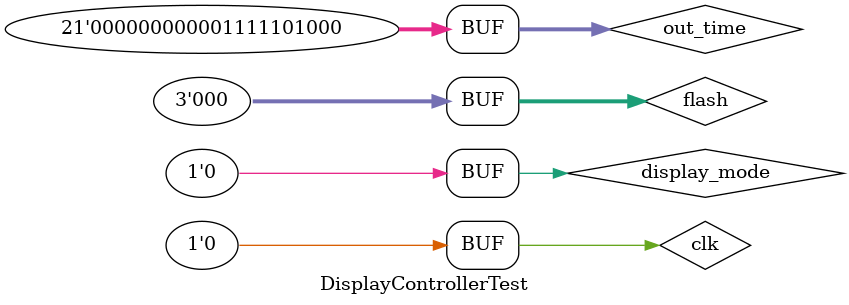
<source format=v>
`timescale 1ns / 1ps


module DisplayControllerTest;

	// Inputs
	reg clk;
	reg [2:0] flash;
	reg display_mode;
	reg [20:0] out_time;

	// Outputs
	wire [6:0] display6;
	wire [6:0] display5;
	wire [6:0] display4;
	wire [6:0] display3;
	wire [6:0] display2;
	wire [6:0] display1;

	// Instantiate the Unit Under Test (UUT)
	DisplayController uut (
		.clk(clk), 
		.flash(flash), 
		.display_mode(display_mode), 
		.out_time(out_time), 
		.display6(display6), 
		.display5(display5), 
		.display4(display4), 
		.display3(display3), 
		.display2(display2), 
		.display1(display1)
	);

	initial begin
		// Initialize Inputs
		clk = 0;
		flash = 0;
		display_mode = 0;
		out_time = 0;

		// Wait 100 ns for global reset to finish
		#1;
		repeat(1000) begin
			out_time = out_time + 1;
			#20;
		end
        
		// Add stimulus here
		

	end
   always begin
		#0.1 clk = 1;
		#0.1 clk = 0;
	end
endmodule


</source>
